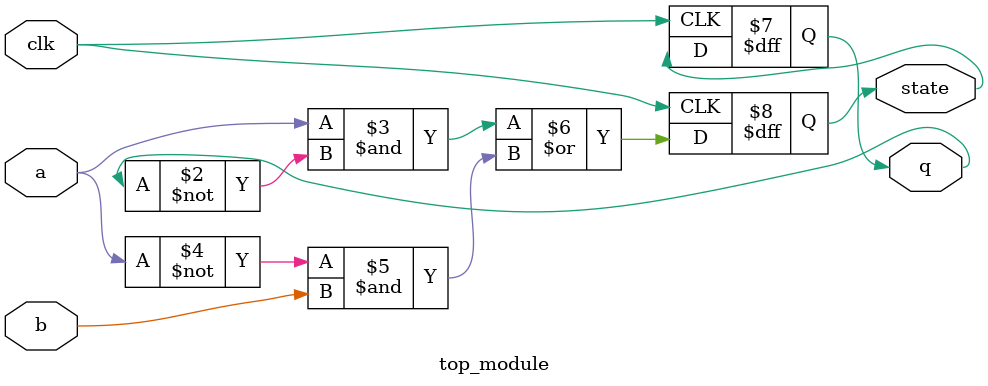
<source format=sv>
module top_module (
    input clk,
    input a,
    input b,
    output q,
    output state
);

reg q;
reg state;

always @(posedge clk) begin
    state <= (a & ~q) | (~a & b);
    q <= state;
end

endmodule

</source>
